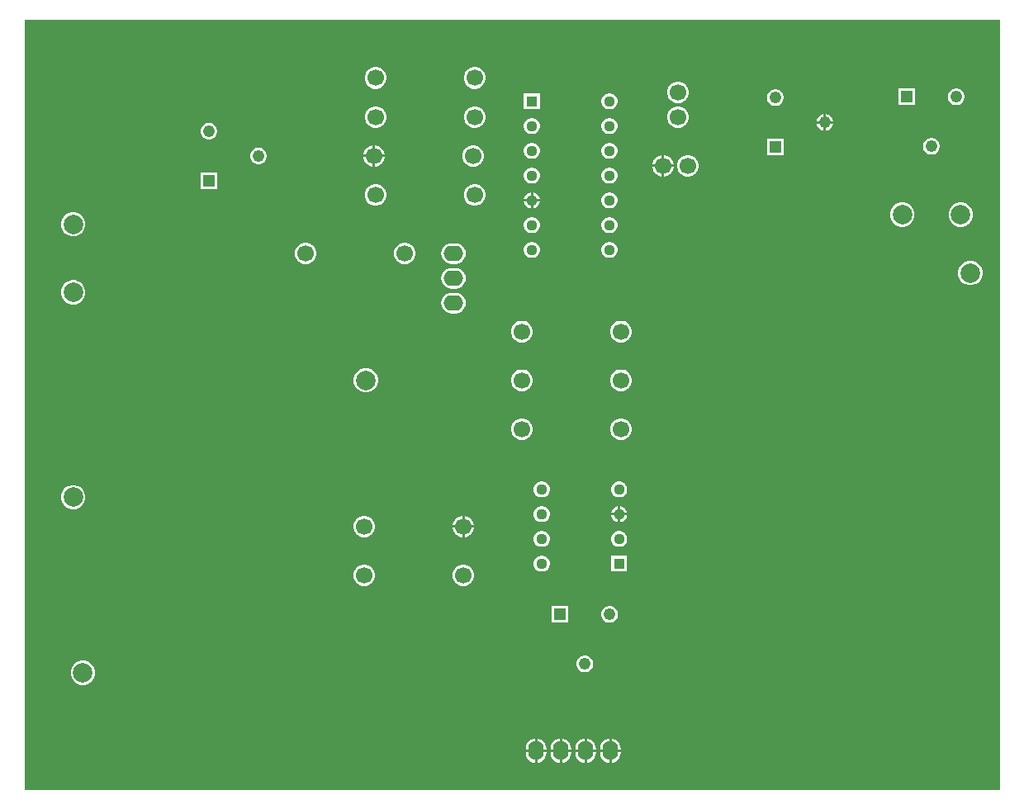
<source format=gbl>
G04*
G04 #@! TF.GenerationSoftware,Altium Limited,Altium Designer,24.4.1 (13)*
G04*
G04 Layer_Physical_Order=2*
G04 Layer_Color=16711680*
%FSLAX44Y44*%
%MOMM*%
G71*
G04*
G04 #@! TF.SameCoordinates,D33A3FA2-88C1-4BC0-A94D-04A4EBB6AA15*
G04*
G04*
G04 #@! TF.FilePolarity,Positive*
G04*
G01*
G75*
%ADD24C,2.0000*%
%ADD25C,1.7000*%
%ADD26C,1.2170*%
%ADD27R,1.2170X1.2170*%
%ADD28O,2.0000X1.6000*%
%ADD29R,1.1300X1.1300*%
%ADD30C,1.1300*%
%ADD31R,1.2170X1.2170*%
%ADD32O,1.6000X2.0000*%
G36*
X1000000Y0D02*
X0D01*
Y790000D01*
X1000000D01*
Y0D01*
D02*
G37*
%LPC*%
G36*
X463053Y741040D02*
X460147D01*
X457339Y740288D01*
X454821Y738834D01*
X452766Y736779D01*
X451312Y734261D01*
X450560Y731453D01*
Y728547D01*
X451312Y725739D01*
X452766Y723221D01*
X454821Y721166D01*
X457339Y719712D01*
X460147Y718960D01*
X463053D01*
X465861Y719712D01*
X468379Y721166D01*
X470434Y723221D01*
X471888Y725739D01*
X472640Y728547D01*
Y731453D01*
X471888Y734261D01*
X470434Y736779D01*
X468379Y738834D01*
X465861Y740288D01*
X463053Y741040D01*
D02*
G37*
G36*
X361453D02*
X358547D01*
X355739Y740288D01*
X353221Y738834D01*
X351166Y736779D01*
X349712Y734261D01*
X348960Y731453D01*
Y728547D01*
X349712Y725739D01*
X351166Y723221D01*
X353221Y721166D01*
X355739Y719712D01*
X358547Y718960D01*
X361453D01*
X364261Y719712D01*
X366779Y721166D01*
X368834Y723221D01*
X370288Y725739D01*
X371040Y728547D01*
Y731453D01*
X370288Y734261D01*
X368834Y736779D01*
X366779Y738834D01*
X364261Y740288D01*
X361453Y741040D01*
D02*
G37*
G36*
X671453Y726440D02*
X668547D01*
X665739Y725688D01*
X663221Y724234D01*
X661166Y722179D01*
X659712Y719661D01*
X658960Y716853D01*
Y713947D01*
X659712Y711139D01*
X661166Y708621D01*
X663221Y706566D01*
X665739Y705112D01*
X668547Y704360D01*
X671453D01*
X674261Y705112D01*
X676779Y706566D01*
X678834Y708621D01*
X680288Y711139D01*
X681040Y713947D01*
Y716853D01*
X680288Y719661D01*
X678834Y722179D01*
X676779Y724234D01*
X674261Y725688D01*
X671453Y726440D01*
D02*
G37*
G36*
X956535Y719425D02*
X954265D01*
X952071Y718837D01*
X950104Y717702D01*
X948498Y716096D01*
X947363Y714129D01*
X946775Y711936D01*
Y709665D01*
X947363Y707471D01*
X948498Y705504D01*
X950104Y703898D01*
X952071Y702763D01*
X954265Y702175D01*
X956535D01*
X958729Y702763D01*
X960696Y703898D01*
X962302Y705504D01*
X963437Y707471D01*
X964025Y709665D01*
Y711936D01*
X963437Y714129D01*
X962302Y716096D01*
X960696Y717702D01*
X958729Y718837D01*
X956535Y719425D01*
D02*
G37*
G36*
X913225D02*
X895975D01*
Y702175D01*
X913225D01*
Y719425D01*
D02*
G37*
G36*
X771135Y718625D02*
X768865D01*
X766671Y718037D01*
X764704Y716902D01*
X763098Y715296D01*
X761963Y713329D01*
X761375Y711135D01*
Y708865D01*
X761963Y706671D01*
X763098Y704704D01*
X764704Y703098D01*
X766671Y701963D01*
X768865Y701375D01*
X771135D01*
X773329Y701963D01*
X775296Y703098D01*
X776902Y704704D01*
X778037Y706671D01*
X778625Y708865D01*
Y711135D01*
X778037Y713329D01*
X776902Y715296D01*
X775296Y716902D01*
X773329Y718037D01*
X771135Y718625D01*
D02*
G37*
G36*
X600778Y714390D02*
X598622D01*
X596539Y713832D01*
X594671Y712754D01*
X593146Y711229D01*
X592068Y709361D01*
X591510Y707278D01*
Y705122D01*
X592068Y703039D01*
X593146Y701171D01*
X594671Y699646D01*
X596539Y698568D01*
X598622Y698010D01*
X600778D01*
X602861Y698568D01*
X604729Y699646D01*
X606254Y701171D01*
X607332Y703039D01*
X607890Y705122D01*
Y707278D01*
X607332Y709361D01*
X606254Y711229D01*
X604729Y712754D01*
X602861Y713832D01*
X600778Y714390D01*
D02*
G37*
G36*
X528490D02*
X512110D01*
Y698010D01*
X528490D01*
Y714390D01*
D02*
G37*
G36*
X822070Y693189D02*
Y685870D01*
X829389D01*
X828837Y687929D01*
X827702Y689896D01*
X826096Y691502D01*
X824129Y692637D01*
X822070Y693189D01*
D02*
G37*
G36*
X819530D02*
X817471Y692637D01*
X815504Y691502D01*
X813898Y689896D01*
X812763Y687929D01*
X812211Y685870D01*
X819530D01*
Y693189D01*
D02*
G37*
G36*
X671453Y701040D02*
X668547D01*
X665739Y700288D01*
X663221Y698834D01*
X661166Y696779D01*
X659712Y694261D01*
X658960Y691453D01*
Y688547D01*
X659712Y685739D01*
X661166Y683221D01*
X663221Y681166D01*
X665739Y679712D01*
X668547Y678960D01*
X671453D01*
X674261Y679712D01*
X676779Y681166D01*
X678834Y683221D01*
X680288Y685739D01*
X681040Y688547D01*
Y691453D01*
X680288Y694261D01*
X678834Y696779D01*
X676779Y698834D01*
X674261Y700288D01*
X671453Y701040D01*
D02*
G37*
G36*
X463053D02*
X460147D01*
X457339Y700288D01*
X454821Y698834D01*
X452766Y696779D01*
X451312Y694261D01*
X450560Y691453D01*
Y688547D01*
X451312Y685739D01*
X452766Y683221D01*
X454821Y681166D01*
X457339Y679712D01*
X460147Y678960D01*
X463053D01*
X465861Y679712D01*
X468379Y681166D01*
X470434Y683221D01*
X471888Y685739D01*
X472640Y688547D01*
Y691453D01*
X471888Y694261D01*
X470434Y696779D01*
X468379Y698834D01*
X465861Y700288D01*
X463053Y701040D01*
D02*
G37*
G36*
X361453D02*
X358547D01*
X355739Y700288D01*
X353221Y698834D01*
X351166Y696779D01*
X349712Y694261D01*
X348960Y691453D01*
Y688547D01*
X349712Y685739D01*
X351166Y683221D01*
X353221Y681166D01*
X355739Y679712D01*
X358547Y678960D01*
X361453D01*
X364261Y679712D01*
X366779Y681166D01*
X368834Y683221D01*
X370288Y685739D01*
X371040Y688547D01*
Y691453D01*
X370288Y694261D01*
X368834Y696779D01*
X366779Y698834D01*
X364261Y700288D01*
X361453Y701040D01*
D02*
G37*
G36*
X829389Y683330D02*
X822070D01*
Y676011D01*
X824129Y676563D01*
X826096Y677698D01*
X827702Y679304D01*
X828837Y681271D01*
X829389Y683330D01*
D02*
G37*
G36*
X819530D02*
X812211D01*
X812763Y681271D01*
X813898Y679304D01*
X815504Y677698D01*
X817471Y676563D01*
X819530Y676011D01*
Y683330D01*
D02*
G37*
G36*
X600778Y688990D02*
X598622D01*
X596539Y688432D01*
X594671Y687354D01*
X593146Y685829D01*
X592068Y683961D01*
X591510Y681878D01*
Y679722D01*
X592068Y677639D01*
X593146Y675771D01*
X594671Y674246D01*
X596539Y673168D01*
X598622Y672610D01*
X600778D01*
X602861Y673168D01*
X604729Y674246D01*
X606254Y675771D01*
X607332Y677639D01*
X607890Y679722D01*
Y681878D01*
X607332Y683961D01*
X606254Y685829D01*
X604729Y687354D01*
X602861Y688432D01*
X600778Y688990D01*
D02*
G37*
G36*
X521378D02*
X519222D01*
X517139Y688432D01*
X515271Y687354D01*
X513746Y685829D01*
X512668Y683961D01*
X512110Y681878D01*
Y679722D01*
X512668Y677639D01*
X513746Y675771D01*
X515271Y674246D01*
X517139Y673168D01*
X519222Y672610D01*
X521378D01*
X523461Y673168D01*
X525329Y674246D01*
X526854Y675771D01*
X527932Y677639D01*
X528490Y679722D01*
Y681878D01*
X527932Y683961D01*
X526854Y685829D01*
X525329Y687354D01*
X523461Y688432D01*
X521378Y688990D01*
D02*
G37*
G36*
X190336Y684025D02*
X188064D01*
X185871Y683437D01*
X183904Y682302D01*
X182298Y680696D01*
X181163Y678729D01*
X180575Y676535D01*
Y674265D01*
X181163Y672071D01*
X182298Y670104D01*
X183904Y668498D01*
X185871Y667363D01*
X188064Y666775D01*
X190336D01*
X192529Y667363D01*
X194496Y668498D01*
X196102Y670104D01*
X197237Y672071D01*
X197825Y674265D01*
Y676535D01*
X197237Y678729D01*
X196102Y680696D01*
X194496Y682302D01*
X192529Y683437D01*
X190336Y684025D01*
D02*
G37*
G36*
X931135Y668625D02*
X928865D01*
X926671Y668037D01*
X924704Y666902D01*
X923098Y665296D01*
X921963Y663329D01*
X921375Y661135D01*
Y658865D01*
X921963Y656671D01*
X923098Y654704D01*
X924704Y653098D01*
X926671Y651963D01*
X928865Y651375D01*
X931135D01*
X933329Y651963D01*
X935296Y653098D01*
X936902Y654704D01*
X938037Y656671D01*
X938625Y658865D01*
Y661135D01*
X938037Y663329D01*
X936902Y665296D01*
X935296Y666902D01*
X933329Y668037D01*
X931135Y668625D01*
D02*
G37*
G36*
X359853Y661040D02*
X359670D01*
Y651270D01*
X369440D01*
Y651453D01*
X368688Y654261D01*
X367234Y656779D01*
X365179Y658834D01*
X362661Y660288D01*
X359853Y661040D01*
D02*
G37*
G36*
X357130D02*
X356947D01*
X354139Y660288D01*
X351621Y658834D01*
X349566Y656779D01*
X348112Y654261D01*
X347360Y651453D01*
Y651270D01*
X357130D01*
Y661040D01*
D02*
G37*
G36*
X778625Y667825D02*
X761375D01*
Y650575D01*
X778625D01*
Y667825D01*
D02*
G37*
G36*
X600778Y663590D02*
X598622D01*
X596539Y663032D01*
X594671Y661954D01*
X593146Y660429D01*
X592068Y658561D01*
X591510Y656478D01*
Y654322D01*
X592068Y652239D01*
X593146Y650371D01*
X594671Y648846D01*
X596539Y647768D01*
X598622Y647210D01*
X600778D01*
X602861Y647768D01*
X604729Y648846D01*
X606254Y650371D01*
X607332Y652239D01*
X607890Y654322D01*
Y656478D01*
X607332Y658561D01*
X606254Y660429D01*
X604729Y661954D01*
X602861Y663032D01*
X600778Y663590D01*
D02*
G37*
G36*
X521378D02*
X519222D01*
X517139Y663032D01*
X515271Y661954D01*
X513746Y660429D01*
X512668Y658561D01*
X512110Y656478D01*
Y654322D01*
X512668Y652239D01*
X513746Y650371D01*
X515271Y648846D01*
X517139Y647768D01*
X519222Y647210D01*
X521378D01*
X523461Y647768D01*
X525329Y648846D01*
X526854Y650371D01*
X527932Y652239D01*
X528490Y654322D01*
Y656478D01*
X527932Y658561D01*
X526854Y660429D01*
X525329Y661954D01*
X523461Y663032D01*
X521378Y663590D01*
D02*
G37*
G36*
X241136Y658625D02*
X238864D01*
X236671Y658037D01*
X234704Y656902D01*
X233098Y655296D01*
X231963Y653329D01*
X231375Y651135D01*
Y648865D01*
X231963Y646671D01*
X233098Y644704D01*
X234704Y643098D01*
X236671Y641963D01*
X238864Y641375D01*
X241136D01*
X243329Y641963D01*
X245296Y643098D01*
X246902Y644704D01*
X248037Y646671D01*
X248625Y648865D01*
Y651135D01*
X248037Y653329D01*
X246902Y655296D01*
X245296Y656902D01*
X243329Y658037D01*
X241136Y658625D01*
D02*
G37*
G36*
X656053Y651040D02*
X655870D01*
Y641270D01*
X665640D01*
Y641453D01*
X664888Y644261D01*
X663434Y646779D01*
X661379Y648834D01*
X658861Y650288D01*
X656053Y651040D01*
D02*
G37*
G36*
X653330D02*
X653147D01*
X650339Y650288D01*
X647821Y648834D01*
X645766Y646779D01*
X644312Y644261D01*
X643560Y641453D01*
Y641270D01*
X653330D01*
Y651040D01*
D02*
G37*
G36*
X461453Y661040D02*
X458547D01*
X455739Y660288D01*
X453221Y658834D01*
X451166Y656779D01*
X449712Y654261D01*
X448960Y651453D01*
Y648547D01*
X449712Y645739D01*
X451166Y643221D01*
X453221Y641166D01*
X455739Y639712D01*
X458547Y638960D01*
X461453D01*
X464261Y639712D01*
X466779Y641166D01*
X468834Y643221D01*
X470288Y645739D01*
X471040Y648547D01*
Y651453D01*
X470288Y654261D01*
X468834Y656779D01*
X466779Y658834D01*
X464261Y660288D01*
X461453Y661040D01*
D02*
G37*
G36*
X369440Y648730D02*
X359670D01*
Y638960D01*
X359853D01*
X362661Y639712D01*
X365179Y641166D01*
X367234Y643221D01*
X368688Y645739D01*
X369440Y648547D01*
Y648730D01*
D02*
G37*
G36*
X357130D02*
X347360D01*
Y648547D01*
X348112Y645739D01*
X349566Y643221D01*
X351621Y641166D01*
X354139Y639712D01*
X356947Y638960D01*
X357130D01*
Y648730D01*
D02*
G37*
G36*
X681453Y651040D02*
X678547D01*
X675739Y650288D01*
X673221Y648834D01*
X671166Y646779D01*
X669712Y644261D01*
X668960Y641453D01*
Y638547D01*
X669712Y635739D01*
X671166Y633221D01*
X673221Y631166D01*
X675739Y629712D01*
X678547Y628960D01*
X681453D01*
X684261Y629712D01*
X686779Y631166D01*
X688834Y633221D01*
X690288Y635739D01*
X691040Y638547D01*
Y641453D01*
X690288Y644261D01*
X688834Y646779D01*
X686779Y648834D01*
X684261Y650288D01*
X681453Y651040D01*
D02*
G37*
G36*
X665640Y638730D02*
X655870D01*
Y628960D01*
X656053D01*
X658861Y629712D01*
X661379Y631166D01*
X663434Y633221D01*
X664888Y635739D01*
X665640Y638547D01*
Y638730D01*
D02*
G37*
G36*
X653330D02*
X643560D01*
Y638547D01*
X644312Y635739D01*
X645766Y633221D01*
X647821Y631166D01*
X650339Y629712D01*
X653147Y628960D01*
X653330D01*
Y638730D01*
D02*
G37*
G36*
X600778Y638190D02*
X598622D01*
X596539Y637632D01*
X594671Y636554D01*
X593146Y635029D01*
X592068Y633161D01*
X591510Y631078D01*
Y628922D01*
X592068Y626839D01*
X593146Y624971D01*
X594671Y623446D01*
X596539Y622368D01*
X598622Y621810D01*
X600778D01*
X602861Y622368D01*
X604729Y623446D01*
X606254Y624971D01*
X607332Y626839D01*
X607890Y628922D01*
Y631078D01*
X607332Y633161D01*
X606254Y635029D01*
X604729Y636554D01*
X602861Y637632D01*
X600778Y638190D01*
D02*
G37*
G36*
X521378D02*
X519222D01*
X517139Y637632D01*
X515271Y636554D01*
X513746Y635029D01*
X512668Y633161D01*
X512110Y631078D01*
Y628922D01*
X512668Y626839D01*
X513746Y624971D01*
X515271Y623446D01*
X517139Y622368D01*
X519222Y621810D01*
X521378D01*
X523461Y622368D01*
X525329Y623446D01*
X526854Y624971D01*
X527932Y626839D01*
X528490Y628922D01*
Y631078D01*
X527932Y633161D01*
X526854Y635029D01*
X525329Y636554D01*
X523461Y637632D01*
X521378Y638190D01*
D02*
G37*
G36*
X197825Y633225D02*
X180575D01*
Y615975D01*
X197825D01*
Y633225D01*
D02*
G37*
G36*
X521570Y612739D02*
Y605870D01*
X528439D01*
X527932Y607761D01*
X526854Y609629D01*
X525329Y611154D01*
X523461Y612232D01*
X521570Y612739D01*
D02*
G37*
G36*
X519030D02*
X517139Y612232D01*
X515271Y611154D01*
X513746Y609629D01*
X512668Y607761D01*
X512161Y605870D01*
X519030D01*
Y612739D01*
D02*
G37*
G36*
X463053Y621040D02*
X460147D01*
X457339Y620288D01*
X454821Y618834D01*
X452766Y616779D01*
X451312Y614261D01*
X450560Y611453D01*
Y608547D01*
X451312Y605739D01*
X452766Y603221D01*
X454821Y601166D01*
X457339Y599712D01*
X460147Y598960D01*
X463053D01*
X465861Y599712D01*
X468379Y601166D01*
X470434Y603221D01*
X471888Y605739D01*
X472640Y608547D01*
Y611453D01*
X471888Y614261D01*
X470434Y616779D01*
X468379Y618834D01*
X465861Y620288D01*
X463053Y621040D01*
D02*
G37*
G36*
X361453D02*
X358547D01*
X355739Y620288D01*
X353221Y618834D01*
X351166Y616779D01*
X349712Y614261D01*
X348960Y611453D01*
Y608547D01*
X349712Y605739D01*
X351166Y603221D01*
X353221Y601166D01*
X355739Y599712D01*
X358547Y598960D01*
X361453D01*
X364261Y599712D01*
X366779Y601166D01*
X368834Y603221D01*
X370288Y605739D01*
X371040Y608547D01*
Y611453D01*
X370288Y614261D01*
X368834Y616779D01*
X366779Y618834D01*
X364261Y620288D01*
X361453Y621040D01*
D02*
G37*
G36*
X528439Y603330D02*
X521570D01*
Y596461D01*
X523461Y596968D01*
X525329Y598046D01*
X526854Y599571D01*
X527932Y601439D01*
X528439Y603330D01*
D02*
G37*
G36*
X519030D02*
X512161D01*
X512668Y601439D01*
X513746Y599571D01*
X515271Y598046D01*
X517139Y596968D01*
X519030Y596461D01*
Y603330D01*
D02*
G37*
G36*
X600778Y612790D02*
X598622D01*
X596539Y612232D01*
X594671Y611154D01*
X593146Y609629D01*
X592068Y607761D01*
X591510Y605678D01*
Y603522D01*
X592068Y601439D01*
X593146Y599571D01*
X594671Y598046D01*
X596539Y596968D01*
X598622Y596410D01*
X600778D01*
X602861Y596968D01*
X604729Y598046D01*
X606254Y599571D01*
X607332Y601439D01*
X607890Y603522D01*
Y605678D01*
X607332Y607761D01*
X606254Y609629D01*
X604729Y611154D01*
X602861Y612232D01*
X600778Y612790D01*
D02*
G37*
G36*
X961651Y602540D02*
X958349D01*
X955160Y601685D01*
X952300Y600034D01*
X949966Y597700D01*
X948315Y594840D01*
X947460Y591651D01*
Y588349D01*
X948315Y585160D01*
X949966Y582300D01*
X952300Y579966D01*
X955160Y578315D01*
X958349Y577460D01*
X961651D01*
X964840Y578315D01*
X967700Y579966D01*
X970034Y582300D01*
X971685Y585160D01*
X972540Y588349D01*
Y591651D01*
X971685Y594840D01*
X970034Y597700D01*
X967700Y600034D01*
X964840Y601685D01*
X961651Y602540D01*
D02*
G37*
G36*
X901651D02*
X898349D01*
X895160Y601685D01*
X892300Y600034D01*
X889966Y597700D01*
X888315Y594840D01*
X887460Y591651D01*
Y588349D01*
X888315Y585160D01*
X889966Y582300D01*
X892300Y579966D01*
X895160Y578315D01*
X898349Y577460D01*
X901651D01*
X904840Y578315D01*
X907700Y579966D01*
X910034Y582300D01*
X911685Y585160D01*
X912540Y588349D01*
Y591651D01*
X911685Y594840D01*
X910034Y597700D01*
X907700Y600034D01*
X904840Y601685D01*
X901651Y602540D01*
D02*
G37*
G36*
X600778Y587390D02*
X598622D01*
X596539Y586832D01*
X594671Y585754D01*
X593146Y584229D01*
X592068Y582361D01*
X591510Y580278D01*
Y578122D01*
X592068Y576039D01*
X593146Y574171D01*
X594671Y572646D01*
X596539Y571568D01*
X598622Y571010D01*
X600778D01*
X602861Y571568D01*
X604729Y572646D01*
X606254Y574171D01*
X607332Y576039D01*
X607890Y578122D01*
Y580278D01*
X607332Y582361D01*
X606254Y584229D01*
X604729Y585754D01*
X602861Y586832D01*
X600778Y587390D01*
D02*
G37*
G36*
X521378D02*
X519222D01*
X517139Y586832D01*
X515271Y585754D01*
X513746Y584229D01*
X512668Y582361D01*
X512110Y580278D01*
Y578122D01*
X512668Y576039D01*
X513746Y574171D01*
X515271Y572646D01*
X517139Y571568D01*
X519222Y571010D01*
X521378D01*
X523461Y571568D01*
X525329Y572646D01*
X526854Y574171D01*
X527932Y576039D01*
X528490Y578122D01*
Y580278D01*
X527932Y582361D01*
X526854Y584229D01*
X525329Y585754D01*
X523461Y586832D01*
X521378Y587390D01*
D02*
G37*
G36*
X51651Y592540D02*
X48349D01*
X45160Y591685D01*
X42300Y590034D01*
X39966Y587700D01*
X38315Y584840D01*
X37460Y581651D01*
Y578349D01*
X38315Y575160D01*
X39966Y572300D01*
X42300Y569966D01*
X45160Y568315D01*
X48349Y567460D01*
X51651D01*
X54840Y568315D01*
X57700Y569966D01*
X60034Y572300D01*
X61685Y575160D01*
X62540Y578349D01*
Y581651D01*
X61685Y584840D01*
X60034Y587700D01*
X57700Y590034D01*
X54840Y591685D01*
X51651Y592540D01*
D02*
G37*
G36*
X600778Y561990D02*
X598622D01*
X596539Y561432D01*
X594671Y560354D01*
X593146Y558829D01*
X592068Y556961D01*
X591510Y554878D01*
Y552722D01*
X592068Y550639D01*
X593146Y548771D01*
X594671Y547246D01*
X596539Y546168D01*
X598622Y545610D01*
X600778D01*
X602861Y546168D01*
X604729Y547246D01*
X606254Y548771D01*
X607332Y550639D01*
X607890Y552722D01*
Y554878D01*
X607332Y556961D01*
X606254Y558829D01*
X604729Y560354D01*
X602861Y561432D01*
X600778Y561990D01*
D02*
G37*
G36*
X521378D02*
X519222D01*
X517139Y561432D01*
X515271Y560354D01*
X513746Y558829D01*
X512668Y556961D01*
X512110Y554878D01*
Y552722D01*
X512668Y550639D01*
X513746Y548771D01*
X515271Y547246D01*
X517139Y546168D01*
X519222Y545610D01*
X521378D01*
X523461Y546168D01*
X525329Y547246D01*
X526854Y548771D01*
X527932Y550639D01*
X528490Y552722D01*
Y554878D01*
X527932Y556961D01*
X526854Y558829D01*
X525329Y560354D01*
X523461Y561432D01*
X521378Y561990D01*
D02*
G37*
G36*
X442000Y560631D02*
X438000D01*
X435248Y560269D01*
X432685Y559207D01*
X430483Y557517D01*
X428793Y555316D01*
X427731Y552752D01*
X427369Y550000D01*
X427731Y547248D01*
X428793Y544684D01*
X430483Y542483D01*
X432685Y540793D01*
X435248Y539731D01*
X438000Y539369D01*
X442000D01*
X444752Y539731D01*
X447315Y540793D01*
X449517Y542483D01*
X451207Y544684D01*
X452269Y547248D01*
X452631Y550000D01*
X452269Y552752D01*
X451207Y555316D01*
X449517Y557517D01*
X447315Y559207D01*
X444752Y560269D01*
X442000Y560631D01*
D02*
G37*
G36*
X391453Y561040D02*
X388547D01*
X385739Y560288D01*
X383221Y558834D01*
X381166Y556779D01*
X379712Y554261D01*
X378960Y551453D01*
Y548547D01*
X379712Y545739D01*
X381166Y543221D01*
X383221Y541166D01*
X385739Y539712D01*
X388547Y538960D01*
X391453D01*
X394261Y539712D01*
X396779Y541166D01*
X398834Y543221D01*
X400288Y545739D01*
X401040Y548547D01*
Y551453D01*
X400288Y554261D01*
X398834Y556779D01*
X396779Y558834D01*
X394261Y560288D01*
X391453Y561040D01*
D02*
G37*
G36*
X289853D02*
X286947D01*
X284139Y560288D01*
X281621Y558834D01*
X279566Y556779D01*
X278112Y554261D01*
X277360Y551453D01*
Y548547D01*
X278112Y545739D01*
X279566Y543221D01*
X281621Y541166D01*
X284139Y539712D01*
X286947Y538960D01*
X289853D01*
X292661Y539712D01*
X295179Y541166D01*
X297234Y543221D01*
X298688Y545739D01*
X299440Y548547D01*
Y551453D01*
X298688Y554261D01*
X297234Y556779D01*
X295179Y558834D01*
X292661Y560288D01*
X289853Y561040D01*
D02*
G37*
G36*
X971651Y542540D02*
X968349D01*
X965160Y541685D01*
X962300Y540034D01*
X959966Y537700D01*
X958315Y534840D01*
X957460Y531651D01*
Y528349D01*
X958315Y525160D01*
X959966Y522300D01*
X962300Y519966D01*
X965160Y518315D01*
X968349Y517460D01*
X971651D01*
X974840Y518315D01*
X977700Y519966D01*
X980034Y522300D01*
X981685Y525160D01*
X982540Y528349D01*
Y531651D01*
X981685Y534840D01*
X980034Y537700D01*
X977700Y540034D01*
X974840Y541685D01*
X971651Y542540D01*
D02*
G37*
G36*
X442000Y535231D02*
X438000D01*
X435248Y534869D01*
X432685Y533807D01*
X430483Y532117D01*
X428793Y529916D01*
X427731Y527351D01*
X427369Y524600D01*
X427731Y521848D01*
X428793Y519285D01*
X430483Y517083D01*
X432685Y515393D01*
X435248Y514331D01*
X438000Y513969D01*
X442000D01*
X444752Y514331D01*
X447315Y515393D01*
X449517Y517083D01*
X451207Y519285D01*
X452269Y521848D01*
X452631Y524600D01*
X452269Y527351D01*
X451207Y529916D01*
X449517Y532117D01*
X447315Y533807D01*
X444752Y534869D01*
X442000Y535231D01*
D02*
G37*
G36*
X51651Y522540D02*
X48349D01*
X45160Y521685D01*
X42300Y520034D01*
X39966Y517700D01*
X38315Y514840D01*
X37460Y511651D01*
Y508349D01*
X38315Y505160D01*
X39966Y502300D01*
X42300Y499966D01*
X45160Y498315D01*
X48349Y497460D01*
X51651D01*
X54840Y498315D01*
X57700Y499966D01*
X60034Y502300D01*
X61685Y505160D01*
X62540Y508349D01*
Y511651D01*
X61685Y514840D01*
X60034Y517700D01*
X57700Y520034D01*
X54840Y521685D01*
X51651Y522540D01*
D02*
G37*
G36*
X442000Y509831D02*
X438000D01*
X435248Y509469D01*
X432685Y508407D01*
X430483Y506717D01*
X428793Y504515D01*
X427731Y501951D01*
X427369Y499200D01*
X427731Y496449D01*
X428793Y493885D01*
X430483Y491683D01*
X432685Y489993D01*
X435248Y488931D01*
X438000Y488569D01*
X442000D01*
X444752Y488931D01*
X447315Y489993D01*
X449517Y491683D01*
X451207Y493885D01*
X452269Y496449D01*
X452631Y499200D01*
X452269Y501951D01*
X451207Y504515D01*
X449517Y506717D01*
X447315Y508407D01*
X444752Y509469D01*
X442000Y509831D01*
D02*
G37*
G36*
X613053Y481040D02*
X610147D01*
X607339Y480288D01*
X604821Y478834D01*
X602766Y476779D01*
X601312Y474261D01*
X600560Y471453D01*
Y468547D01*
X601312Y465739D01*
X602766Y463221D01*
X604821Y461166D01*
X607339Y459712D01*
X610147Y458960D01*
X613053D01*
X615861Y459712D01*
X618379Y461166D01*
X620434Y463221D01*
X621888Y465739D01*
X622640Y468547D01*
Y471453D01*
X621888Y474261D01*
X620434Y476779D01*
X618379Y478834D01*
X615861Y480288D01*
X613053Y481040D01*
D02*
G37*
G36*
X511453D02*
X508547D01*
X505739Y480288D01*
X503221Y478834D01*
X501166Y476779D01*
X499712Y474261D01*
X498960Y471453D01*
Y468547D01*
X499712Y465739D01*
X501166Y463221D01*
X503221Y461166D01*
X505739Y459712D01*
X508547Y458960D01*
X511453D01*
X514261Y459712D01*
X516779Y461166D01*
X518834Y463221D01*
X520288Y465739D01*
X521040Y468547D01*
Y471453D01*
X520288Y474261D01*
X518834Y476779D01*
X516779Y478834D01*
X514261Y480288D01*
X511453Y481040D01*
D02*
G37*
G36*
X613053Y431040D02*
X610147D01*
X607339Y430288D01*
X604821Y428834D01*
X602766Y426779D01*
X601312Y424261D01*
X600560Y421453D01*
Y418547D01*
X601312Y415739D01*
X602766Y413221D01*
X604821Y411166D01*
X607339Y409712D01*
X610147Y408960D01*
X613053D01*
X615861Y409712D01*
X618379Y411166D01*
X620434Y413221D01*
X621888Y415739D01*
X622640Y418547D01*
Y421453D01*
X621888Y424261D01*
X620434Y426779D01*
X618379Y428834D01*
X615861Y430288D01*
X613053Y431040D01*
D02*
G37*
G36*
X511453D02*
X508547D01*
X505739Y430288D01*
X503221Y428834D01*
X501166Y426779D01*
X499712Y424261D01*
X498960Y421453D01*
Y418547D01*
X499712Y415739D01*
X501166Y413221D01*
X503221Y411166D01*
X505739Y409712D01*
X508547Y408960D01*
X511453D01*
X514261Y409712D01*
X516779Y411166D01*
X518834Y413221D01*
X520288Y415739D01*
X521040Y418547D01*
Y421453D01*
X520288Y424261D01*
X518834Y426779D01*
X516779Y428834D01*
X514261Y430288D01*
X511453Y431040D01*
D02*
G37*
G36*
X351651Y432540D02*
X348349D01*
X345160Y431685D01*
X342300Y430034D01*
X339966Y427700D01*
X338315Y424840D01*
X337460Y421651D01*
Y418349D01*
X338315Y415160D01*
X339966Y412300D01*
X342300Y409966D01*
X345160Y408315D01*
X348349Y407460D01*
X351651D01*
X354840Y408315D01*
X357700Y409966D01*
X360034Y412300D01*
X361685Y415160D01*
X362540Y418349D01*
Y421651D01*
X361685Y424840D01*
X360034Y427700D01*
X357700Y430034D01*
X354840Y431685D01*
X351651Y432540D01*
D02*
G37*
G36*
X613053Y381040D02*
X610147D01*
X607339Y380288D01*
X604821Y378834D01*
X602766Y376779D01*
X601312Y374261D01*
X600560Y371453D01*
Y368547D01*
X601312Y365739D01*
X602766Y363221D01*
X604821Y361166D01*
X607339Y359712D01*
X610147Y358960D01*
X613053D01*
X615861Y359712D01*
X618379Y361166D01*
X620434Y363221D01*
X621888Y365739D01*
X622640Y368547D01*
Y371453D01*
X621888Y374261D01*
X620434Y376779D01*
X618379Y378834D01*
X615861Y380288D01*
X613053Y381040D01*
D02*
G37*
G36*
X511453D02*
X508547D01*
X505739Y380288D01*
X503221Y378834D01*
X501166Y376779D01*
X499712Y374261D01*
X498960Y371453D01*
Y368547D01*
X499712Y365739D01*
X501166Y363221D01*
X503221Y361166D01*
X505739Y359712D01*
X508547Y358960D01*
X511453D01*
X514261Y359712D01*
X516779Y361166D01*
X518834Y363221D01*
X520288Y365739D01*
X521040Y368547D01*
Y371453D01*
X520288Y374261D01*
X518834Y376779D01*
X516779Y378834D01*
X514261Y380288D01*
X511453Y381040D01*
D02*
G37*
G36*
X610778Y316290D02*
X608622D01*
X606539Y315732D01*
X604671Y314654D01*
X603146Y313129D01*
X602068Y311261D01*
X601510Y309178D01*
Y307022D01*
X602068Y304939D01*
X603146Y303071D01*
X604671Y301546D01*
X606539Y300468D01*
X608622Y299910D01*
X610778D01*
X612861Y300468D01*
X614729Y301546D01*
X616254Y303071D01*
X617332Y304939D01*
X617890Y307022D01*
Y309178D01*
X617332Y311261D01*
X616254Y313129D01*
X614729Y314654D01*
X612861Y315732D01*
X610778Y316290D01*
D02*
G37*
G36*
X531378D02*
X529222D01*
X527139Y315732D01*
X525271Y314654D01*
X523746Y313129D01*
X522668Y311261D01*
X522110Y309178D01*
Y307022D01*
X522668Y304939D01*
X523746Y303071D01*
X525271Y301546D01*
X527139Y300468D01*
X529222Y299910D01*
X531378D01*
X533461Y300468D01*
X535329Y301546D01*
X536854Y303071D01*
X537932Y304939D01*
X538490Y307022D01*
Y309178D01*
X537932Y311261D01*
X536854Y313129D01*
X535329Y314654D01*
X533461Y315732D01*
X531378Y316290D01*
D02*
G37*
G36*
X51651Y312540D02*
X48349D01*
X45160Y311685D01*
X42300Y310035D01*
X39966Y307700D01*
X38315Y304840D01*
X37460Y301651D01*
Y298349D01*
X38315Y295160D01*
X39966Y292300D01*
X42300Y289965D01*
X45160Y288315D01*
X48349Y287460D01*
X51651D01*
X54840Y288315D01*
X57700Y289965D01*
X60034Y292300D01*
X61685Y295160D01*
X62540Y298349D01*
Y301651D01*
X61685Y304840D01*
X60034Y307700D01*
X57700Y310035D01*
X54840Y311685D01*
X51651Y312540D01*
D02*
G37*
G36*
X610970Y290839D02*
Y283970D01*
X617839D01*
X617332Y285861D01*
X616254Y287729D01*
X614729Y289254D01*
X612861Y290332D01*
X610970Y290839D01*
D02*
G37*
G36*
X608430Y290839D02*
X606539Y290332D01*
X604671Y289254D01*
X603146Y287729D01*
X602068Y285861D01*
X601561Y283970D01*
X608430D01*
Y290839D01*
D02*
G37*
G36*
Y281430D02*
X601561D01*
X602068Y279539D01*
X603146Y277671D01*
X604671Y276146D01*
X606539Y275068D01*
X608430Y274561D01*
Y281430D01*
D02*
G37*
G36*
X617839D02*
X610970D01*
Y274561D01*
X612861Y275068D01*
X614729Y276146D01*
X616254Y277671D01*
X617332Y279539D01*
X617839Y281430D01*
D02*
G37*
G36*
X531378Y290890D02*
X529222D01*
X527139Y290332D01*
X525271Y289254D01*
X523746Y287729D01*
X522668Y285861D01*
X522110Y283778D01*
Y281622D01*
X522668Y279539D01*
X523746Y277671D01*
X525271Y276146D01*
X527139Y275068D01*
X529222Y274510D01*
X531378D01*
X533461Y275068D01*
X535329Y276146D01*
X536854Y277671D01*
X537932Y279539D01*
X538490Y281622D01*
Y283778D01*
X537932Y285861D01*
X536854Y287729D01*
X535329Y289254D01*
X533461Y290332D01*
X531378Y290890D01*
D02*
G37*
G36*
X451453Y281040D02*
X451270D01*
Y271270D01*
X461040D01*
Y271453D01*
X460288Y274261D01*
X458834Y276779D01*
X456779Y278834D01*
X454261Y280288D01*
X451453Y281040D01*
D02*
G37*
G36*
X448730D02*
X448547D01*
X445739Y280288D01*
X443221Y278834D01*
X441166Y276779D01*
X439712Y274261D01*
X438960Y271453D01*
Y271270D01*
X448730D01*
Y281040D01*
D02*
G37*
G36*
X461040Y268730D02*
X451270D01*
Y258960D01*
X451453D01*
X454261Y259712D01*
X456779Y261166D01*
X458834Y263221D01*
X460288Y265739D01*
X461040Y268547D01*
Y268730D01*
D02*
G37*
G36*
X448730D02*
X438960D01*
Y268547D01*
X439712Y265739D01*
X441166Y263221D01*
X443221Y261166D01*
X445739Y259712D01*
X448547Y258960D01*
X448730D01*
Y268730D01*
D02*
G37*
G36*
X349853Y281040D02*
X346947D01*
X344139Y280288D01*
X341621Y278834D01*
X339566Y276779D01*
X338112Y274261D01*
X337360Y271453D01*
Y268547D01*
X338112Y265739D01*
X339566Y263221D01*
X341621Y261166D01*
X344139Y259712D01*
X346947Y258960D01*
X349853D01*
X352661Y259712D01*
X355179Y261166D01*
X357234Y263221D01*
X358688Y265739D01*
X359440Y268547D01*
Y271453D01*
X358688Y274261D01*
X357234Y276779D01*
X355179Y278834D01*
X352661Y280288D01*
X349853Y281040D01*
D02*
G37*
G36*
X610778Y265490D02*
X608622D01*
X606539Y264932D01*
X604671Y263854D01*
X603146Y262329D01*
X602068Y260461D01*
X601510Y258378D01*
Y256222D01*
X602068Y254139D01*
X603146Y252271D01*
X604671Y250746D01*
X606539Y249668D01*
X608622Y249110D01*
X610778D01*
X612861Y249668D01*
X614729Y250746D01*
X616254Y252271D01*
X617332Y254139D01*
X617890Y256222D01*
Y258378D01*
X617332Y260461D01*
X616254Y262329D01*
X614729Y263854D01*
X612861Y264932D01*
X610778Y265490D01*
D02*
G37*
G36*
X531378D02*
X529222D01*
X527139Y264932D01*
X525271Y263854D01*
X523746Y262329D01*
X522668Y260461D01*
X522110Y258378D01*
Y256222D01*
X522668Y254139D01*
X523746Y252271D01*
X525271Y250746D01*
X527139Y249668D01*
X529222Y249110D01*
X531378D01*
X533461Y249668D01*
X535329Y250746D01*
X536854Y252271D01*
X537932Y254139D01*
X538490Y256222D01*
Y258378D01*
X537932Y260461D01*
X536854Y262329D01*
X535329Y263854D01*
X533461Y264932D01*
X531378Y265490D01*
D02*
G37*
G36*
X617890Y240090D02*
X601510D01*
Y223710D01*
X617890D01*
Y240090D01*
D02*
G37*
G36*
X531378D02*
X529222D01*
X527139Y239532D01*
X525271Y238454D01*
X523746Y236929D01*
X522668Y235061D01*
X522110Y232978D01*
Y230822D01*
X522668Y228739D01*
X523746Y226871D01*
X525271Y225346D01*
X527139Y224268D01*
X529222Y223710D01*
X531378D01*
X533461Y224268D01*
X535329Y225346D01*
X536854Y226871D01*
X537932Y228739D01*
X538490Y230822D01*
Y232978D01*
X537932Y235061D01*
X536854Y236929D01*
X535329Y238454D01*
X533461Y239532D01*
X531378Y240090D01*
D02*
G37*
G36*
X451454Y231040D02*
X448547D01*
X445739Y230288D01*
X443221Y228834D01*
X441166Y226779D01*
X439712Y224261D01*
X438960Y221453D01*
Y218547D01*
X439712Y215739D01*
X441166Y213221D01*
X443221Y211166D01*
X445739Y209712D01*
X448547Y208960D01*
X451454D01*
X454261Y209712D01*
X456779Y211166D01*
X458834Y213221D01*
X460288Y215739D01*
X461040Y218547D01*
Y221453D01*
X460288Y224261D01*
X458834Y226779D01*
X456779Y228834D01*
X454261Y230288D01*
X451454Y231040D01*
D02*
G37*
G36*
X349854D02*
X346947D01*
X344139Y230288D01*
X341621Y228834D01*
X339566Y226779D01*
X338112Y224261D01*
X337360Y221453D01*
Y218547D01*
X338112Y215739D01*
X339566Y213221D01*
X341621Y211166D01*
X344139Y209712D01*
X346947Y208960D01*
X349854D01*
X352661Y209712D01*
X355179Y211166D01*
X357234Y213221D01*
X358688Y215739D01*
X359440Y218547D01*
Y221453D01*
X358688Y224261D01*
X357234Y226779D01*
X355179Y228834D01*
X352661Y230288D01*
X349854Y231040D01*
D02*
G37*
G36*
X601135Y188625D02*
X598865D01*
X596671Y188037D01*
X594704Y186902D01*
X593098Y185296D01*
X591963Y183329D01*
X591375Y181136D01*
Y178864D01*
X591963Y176671D01*
X593098Y174704D01*
X594704Y173098D01*
X596671Y171963D01*
X598865Y171375D01*
X601135D01*
X603329Y171963D01*
X605296Y173098D01*
X606902Y174704D01*
X608037Y176671D01*
X608625Y178864D01*
Y181136D01*
X608037Y183329D01*
X606902Y185296D01*
X605296Y186902D01*
X603329Y188037D01*
X601135Y188625D01*
D02*
G37*
G36*
X557825D02*
X540575D01*
Y171375D01*
X557825D01*
Y188625D01*
D02*
G37*
G36*
X575736Y137825D02*
X573465D01*
X571271Y137237D01*
X569304Y136102D01*
X567698Y134496D01*
X566563Y132529D01*
X565975Y130336D01*
Y128064D01*
X566563Y125871D01*
X567698Y123904D01*
X569304Y122298D01*
X571271Y121163D01*
X573465Y120575D01*
X575736D01*
X577929Y121163D01*
X579896Y122298D01*
X581502Y123904D01*
X582637Y125871D01*
X583225Y128064D01*
Y130336D01*
X582637Y132529D01*
X581502Y134496D01*
X579896Y136102D01*
X577929Y137237D01*
X575736Y137825D01*
D02*
G37*
G36*
X61651Y132540D02*
X58349D01*
X55160Y131685D01*
X52300Y130035D01*
X49966Y127700D01*
X48315Y124840D01*
X47460Y121651D01*
Y118349D01*
X48315Y115160D01*
X49966Y112300D01*
X52300Y109965D01*
X55160Y108315D01*
X58349Y107460D01*
X61651D01*
X64840Y108315D01*
X67700Y109965D01*
X70034Y112300D01*
X71685Y115160D01*
X72540Y118349D01*
Y121651D01*
X71685Y124840D01*
X70034Y127700D01*
X67700Y130035D01*
X64840Y131685D01*
X61651Y132540D01*
D02*
G37*
G36*
X576670Y52464D02*
Y41270D01*
X586031D01*
Y42000D01*
X585669Y44752D01*
X584607Y47316D01*
X582917Y49517D01*
X580715Y51207D01*
X578152Y52269D01*
X576670Y52464D01*
D02*
G37*
G36*
X525870D02*
Y41270D01*
X535231D01*
Y42000D01*
X534869Y44752D01*
X533807Y47316D01*
X532117Y49517D01*
X529916Y51207D01*
X527351Y52269D01*
X525870Y52464D01*
D02*
G37*
G36*
X602070D02*
Y41270D01*
X611431D01*
Y42000D01*
X611069Y44752D01*
X610007Y47316D01*
X608317Y49517D01*
X606115Y51207D01*
X603551Y52269D01*
X602070Y52464D01*
D02*
G37*
G36*
X551270D02*
Y41270D01*
X560631D01*
Y42000D01*
X560269Y44752D01*
X559207Y47316D01*
X557517Y49517D01*
X555316Y51207D01*
X552752Y52269D01*
X551270Y52464D01*
D02*
G37*
G36*
X574130Y52464D02*
X572649Y52269D01*
X570084Y51207D01*
X567883Y49517D01*
X566193Y47316D01*
X565131Y44752D01*
X564769Y42000D01*
Y41270D01*
X574130D01*
Y52464D01*
D02*
G37*
G36*
X523330D02*
X521848Y52269D01*
X519285Y51207D01*
X517083Y49517D01*
X515393Y47316D01*
X514331Y44752D01*
X513969Y42000D01*
Y41270D01*
X523330D01*
Y52464D01*
D02*
G37*
G36*
X548730D02*
X547248Y52269D01*
X544684Y51207D01*
X542483Y49517D01*
X540793Y47316D01*
X539731Y44752D01*
X539369Y42000D01*
Y41270D01*
X548730D01*
Y52464D01*
D02*
G37*
G36*
X599530D02*
X598049Y52269D01*
X595485Y51207D01*
X593283Y49517D01*
X591593Y47316D01*
X590531Y44752D01*
X590169Y42000D01*
Y41270D01*
X599530D01*
Y52464D01*
D02*
G37*
G36*
X611431Y38730D02*
X602070D01*
Y27536D01*
X603551Y27731D01*
X606115Y28793D01*
X608317Y30483D01*
X610007Y32685D01*
X611069Y35248D01*
X611431Y38000D01*
Y38730D01*
D02*
G37*
G36*
X586031D02*
X576670D01*
Y27536D01*
X578152Y27731D01*
X580715Y28793D01*
X582917Y30483D01*
X584607Y32685D01*
X585669Y35248D01*
X586031Y38000D01*
Y38730D01*
D02*
G37*
G36*
X560631D02*
X551270D01*
Y27536D01*
X552752Y27731D01*
X555316Y28793D01*
X557517Y30483D01*
X559207Y32685D01*
X560269Y35248D01*
X560631Y38000D01*
Y38730D01*
D02*
G37*
G36*
X535231D02*
X525870D01*
Y27536D01*
X527351Y27731D01*
X529916Y28793D01*
X532117Y30483D01*
X533807Y32685D01*
X534869Y35248D01*
X535231Y38000D01*
Y38730D01*
D02*
G37*
G36*
X574130D02*
X564769D01*
Y38000D01*
X565131Y35248D01*
X566193Y32685D01*
X567883Y30483D01*
X570084Y28793D01*
X572649Y27731D01*
X574130Y27536D01*
Y38730D01*
D02*
G37*
G36*
X548730D02*
X539369D01*
Y38000D01*
X539731Y35248D01*
X540793Y32685D01*
X542483Y30483D01*
X544684Y28793D01*
X547248Y27731D01*
X548730Y27536D01*
Y38730D01*
D02*
G37*
G36*
X523330D02*
X513969D01*
Y38000D01*
X514331Y35248D01*
X515393Y32685D01*
X517083Y30483D01*
X519285Y28793D01*
X521848Y27731D01*
X523330Y27536D01*
Y38730D01*
D02*
G37*
G36*
X599530D02*
X590169D01*
Y38000D01*
X590531Y35248D01*
X591593Y32685D01*
X593283Y30483D01*
X595485Y28793D01*
X598049Y27731D01*
X599530Y27536D01*
Y38730D01*
D02*
G37*
%LPD*%
D24*
X960000Y590000D02*
D03*
X900000D02*
D03*
X350000Y420000D02*
D03*
X970000Y530000D02*
D03*
X50000Y300000D02*
D03*
X60000Y120000D02*
D03*
X50000Y510000D02*
D03*
Y580000D02*
D03*
D25*
X390000Y550000D02*
D03*
X288400D02*
D03*
X461600Y730000D02*
D03*
X360000D02*
D03*
X460000Y650000D02*
D03*
X358400D02*
D03*
X360000Y690000D02*
D03*
X461600D02*
D03*
X670000Y715400D02*
D03*
Y690000D02*
D03*
X654600Y640000D02*
D03*
X680000D02*
D03*
X348400Y220000D02*
D03*
X450000D02*
D03*
X450000Y270000D02*
D03*
X348400D02*
D03*
X510000Y420000D02*
D03*
X611600D02*
D03*
X510000Y370000D02*
D03*
X611600D02*
D03*
X510000Y470000D02*
D03*
X611600D02*
D03*
X461600Y610000D02*
D03*
X360000D02*
D03*
D26*
X600000Y180000D02*
D03*
X574600Y129200D02*
D03*
X770000Y710000D02*
D03*
X820800Y684600D02*
D03*
X189200Y675400D02*
D03*
X240000Y650000D02*
D03*
X955400Y710800D02*
D03*
X930000Y660000D02*
D03*
D27*
X549200Y180000D02*
D03*
X904600Y710800D02*
D03*
D28*
X440000Y550000D02*
D03*
Y524600D02*
D03*
Y499200D02*
D03*
D29*
X609700Y231900D02*
D03*
X520300Y706200D02*
D03*
D30*
X609700Y257300D02*
D03*
Y282700D02*
D03*
Y308100D02*
D03*
X530300D02*
D03*
Y282700D02*
D03*
Y257300D02*
D03*
Y231900D02*
D03*
X520300Y680800D02*
D03*
Y655400D02*
D03*
Y630000D02*
D03*
Y604600D02*
D03*
Y579200D02*
D03*
Y553800D02*
D03*
X599700D02*
D03*
Y579200D02*
D03*
Y604600D02*
D03*
Y630000D02*
D03*
Y655400D02*
D03*
Y680800D02*
D03*
Y706200D02*
D03*
D31*
X770000Y659200D02*
D03*
X189200Y624600D02*
D03*
D32*
X600800Y40000D02*
D03*
X575400D02*
D03*
X550000D02*
D03*
X524600D02*
D03*
M02*

</source>
